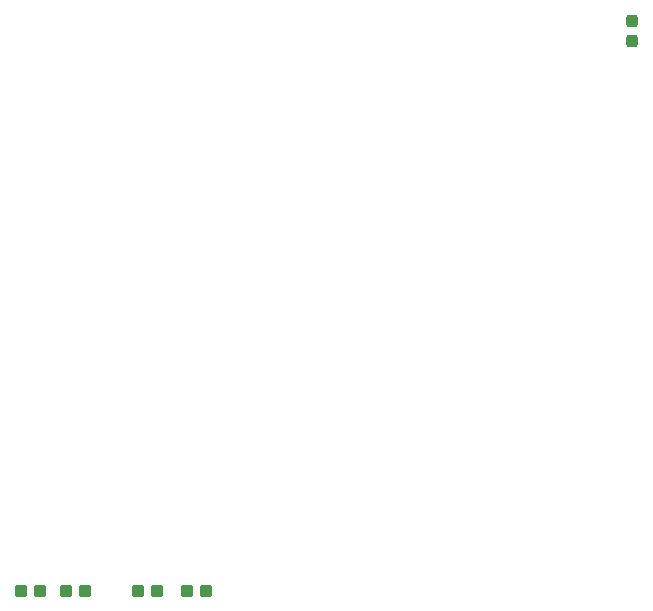
<source format=gbr>
%TF.GenerationSoftware,KiCad,Pcbnew,7.0.7*%
%TF.CreationDate,2024-02-23T14:56:57+08:00*%
%TF.ProjectId,l3,6c332e6b-6963-4616-945f-706362585858,rev?*%
%TF.SameCoordinates,Original*%
%TF.FileFunction,Paste,Top*%
%TF.FilePolarity,Positive*%
%FSLAX46Y46*%
G04 Gerber Fmt 4.6, Leading zero omitted, Abs format (unit mm)*
G04 Created by KiCad (PCBNEW 7.0.7) date 2024-02-23 14:56:57*
%MOMM*%
%LPD*%
G01*
G04 APERTURE LIST*
G04 Aperture macros list*
%AMRoundRect*
0 Rectangle with rounded corners*
0 $1 Rounding radius*
0 $2 $3 $4 $5 $6 $7 $8 $9 X,Y pos of 4 corners*
0 Add a 4 corners polygon primitive as box body*
4,1,4,$2,$3,$4,$5,$6,$7,$8,$9,$2,$3,0*
0 Add four circle primitives for the rounded corners*
1,1,$1+$1,$2,$3*
1,1,$1+$1,$4,$5*
1,1,$1+$1,$6,$7*
1,1,$1+$1,$8,$9*
0 Add four rect primitives between the rounded corners*
20,1,$1+$1,$2,$3,$4,$5,0*
20,1,$1+$1,$4,$5,$6,$7,0*
20,1,$1+$1,$6,$7,$8,$9,0*
20,1,$1+$1,$8,$9,$2,$3,0*%
G04 Aperture macros list end*
%ADD10RoundRect,0.100000X0.400000X0.400000X-0.400000X0.400000X-0.400000X-0.400000X0.400000X-0.400000X0*%
%ADD11RoundRect,0.100000X-0.400000X-0.400000X0.400000X-0.400000X0.400000X0.400000X-0.400000X0.400000X0*%
%ADD12RoundRect,0.237500X-0.237500X0.287500X-0.237500X-0.287500X0.237500X-0.287500X0.237500X0.287500X0*%
G04 APERTURE END LIST*
D10*
%TO.C,R2*%
X-4228626Y-35837580D03*
X-5828626Y-35837580D03*
%TD*%
D11*
%TO.C,R3*%
X267374Y-35837580D03*
X1867374Y-35837580D03*
%TD*%
D10*
%TO.C,R4*%
X5969374Y-35837580D03*
X4369374Y-35837580D03*
%TD*%
D11*
%TO.C,R1*%
X-9638626Y-35837580D03*
X-8038626Y-35837580D03*
%TD*%
D12*
%TO.C,D1*%
X42030000Y12415000D03*
X42030000Y10665000D03*
%TD*%
M02*

</source>
